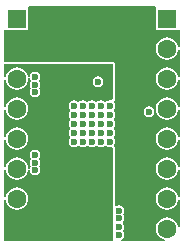
<source format=gbr>
%TF.GenerationSoftware,Altium Limited,Altium Designer,20.1.11 (218)*%
G04 Layer_Physical_Order=3*
G04 Layer_Color=16440176*
%FSLAX44Y44*%
%MOMM*%
%TF.SameCoordinates,F7C42081-5D13-43C0-8CCF-545252F55ED2*%
%TF.FilePolarity,Positive*%
%TF.FileFunction,Copper,L3,Inr,Signal*%
%TF.Part,Single*%
G01*
G75*
%TA.AperFunction,ComponentPad*%
%ADD21C,1.6000*%
%ADD22R,1.6000X1.6000*%
%TA.AperFunction,ViaPad*%
%ADD23C,0.6000*%
G36*
X130200Y200000D02*
X130200Y199891D01*
Y181000D01*
X149091D01*
X149200Y181000D01*
X150361Y180737D01*
Y166634D01*
X149091Y166551D01*
X148955Y167580D01*
X147998Y169891D01*
X146475Y171875D01*
X144491Y173398D01*
X142180Y174356D01*
X139700Y174682D01*
X137220Y174356D01*
X134909Y173398D01*
X132924Y171875D01*
X131402Y169891D01*
X130444Y167580D01*
X130118Y165100D01*
X130444Y162620D01*
X131402Y160309D01*
X132924Y158324D01*
X134909Y156802D01*
X137220Y155844D01*
X139700Y155518D01*
X142180Y155844D01*
X144491Y156802D01*
X146475Y158324D01*
X147998Y160309D01*
X148955Y162620D01*
X149091Y163649D01*
X150361Y163566D01*
Y141234D01*
X149091Y141151D01*
X148955Y142180D01*
X147998Y144491D01*
X146475Y146475D01*
X144491Y147998D01*
X142180Y148955D01*
X139700Y149282D01*
X137220Y148955D01*
X134909Y147998D01*
X132924Y146475D01*
X131402Y144491D01*
X130444Y142180D01*
X130118Y139700D01*
X130444Y137220D01*
X131402Y134909D01*
X132924Y132924D01*
X134909Y131402D01*
X137220Y130444D01*
X139700Y130118D01*
X142180Y130444D01*
X144491Y131402D01*
X146475Y132924D01*
X147998Y134909D01*
X148955Y137220D01*
X149091Y138249D01*
X150361Y138166D01*
Y115834D01*
X149091Y115751D01*
X148955Y116780D01*
X147998Y119091D01*
X146475Y121075D01*
X144491Y122598D01*
X142180Y123555D01*
X139700Y123882D01*
X137220Y123555D01*
X134909Y122598D01*
X132924Y121075D01*
X131402Y119091D01*
X130444Y116780D01*
X130118Y114300D01*
X130444Y111820D01*
X131402Y109509D01*
X132924Y107524D01*
X134909Y106002D01*
X137220Y105044D01*
X139700Y104718D01*
X142180Y105044D01*
X144491Y106002D01*
X146475Y107524D01*
X147998Y109509D01*
X148955Y111820D01*
X149091Y112849D01*
X150361Y112766D01*
Y90434D01*
X149091Y90351D01*
X148955Y91380D01*
X147998Y93691D01*
X146475Y95675D01*
X144491Y97198D01*
X142180Y98155D01*
X139700Y98482D01*
X137220Y98155D01*
X134909Y97198D01*
X132924Y95675D01*
X131402Y93691D01*
X130444Y91380D01*
X130118Y88900D01*
X130444Y86420D01*
X131402Y84109D01*
X132924Y82125D01*
X134909Y80602D01*
X137220Y79644D01*
X139700Y79318D01*
X142180Y79644D01*
X144491Y80602D01*
X146475Y82125D01*
X147998Y84109D01*
X148955Y86420D01*
X149091Y87449D01*
X150361Y87366D01*
Y65034D01*
X149091Y64951D01*
X148955Y65980D01*
X147998Y68291D01*
X146475Y70275D01*
X144491Y71798D01*
X142180Y72755D01*
X139700Y73082D01*
X137220Y72755D01*
X134909Y71798D01*
X132924Y70275D01*
X131402Y68291D01*
X130444Y65980D01*
X130118Y63500D01*
X130444Y61020D01*
X131402Y58709D01*
X132924Y56725D01*
X134909Y55202D01*
X137220Y54244D01*
X139700Y53918D01*
X142180Y54244D01*
X144491Y55202D01*
X146475Y56725D01*
X147998Y58709D01*
X148955Y61020D01*
X149091Y62049D01*
X150361Y61966D01*
Y39634D01*
X149091Y39551D01*
X148955Y40580D01*
X147998Y42891D01*
X146475Y44875D01*
X144491Y46398D01*
X142180Y47355D01*
X139700Y47682D01*
X137220Y47355D01*
X134909Y46398D01*
X132924Y44875D01*
X131402Y42891D01*
X130444Y40580D01*
X130118Y38100D01*
X130444Y35620D01*
X131402Y33309D01*
X132924Y31325D01*
X134909Y29802D01*
X137220Y28844D01*
X139700Y28518D01*
X142180Y28844D01*
X144491Y29802D01*
X146475Y31325D01*
X147998Y33309D01*
X148955Y35620D01*
X149091Y36649D01*
X150361Y36566D01*
Y14234D01*
X149091Y14151D01*
X148955Y15180D01*
X147998Y17491D01*
X146475Y19476D01*
X144491Y20998D01*
X142180Y21955D01*
X139700Y22282D01*
X137220Y21955D01*
X134909Y20998D01*
X132924Y19476D01*
X131402Y17491D01*
X130444Y15180D01*
X130118Y12700D01*
X130444Y10220D01*
X131402Y7909D01*
X132924Y5925D01*
X134909Y4402D01*
X137220Y3444D01*
X138249Y3309D01*
X138166Y2039D01*
X100579D01*
X100454Y3309D01*
X100816Y3381D01*
X102304Y4376D01*
X103299Y5864D01*
X103648Y7620D01*
X103299Y9376D01*
X102351Y10795D01*
X103299Y12214D01*
X103648Y13970D01*
X103299Y15726D01*
X102487Y16940D01*
X102378Y17780D01*
X102487Y18620D01*
X103299Y19834D01*
X103648Y21590D01*
X103299Y23346D01*
X102351Y24765D01*
X103299Y26184D01*
X103648Y27940D01*
X103299Y29696D01*
X102304Y31184D01*
X100816Y32179D01*
X99060Y32528D01*
X97304Y32179D01*
X96874Y31891D01*
X95604Y32570D01*
Y51472D01*
X95679Y51584D01*
X96028Y53340D01*
X95679Y55096D01*
X95604Y55209D01*
Y81234D01*
X95530Y81412D01*
X95561Y81602D01*
X95300Y81967D01*
X95128Y82382D01*
X95049Y83359D01*
X95198Y83884D01*
X95679Y84604D01*
X96028Y86360D01*
X95679Y88116D01*
X94867Y89331D01*
X94758Y90170D01*
X94867Y91010D01*
X95679Y92224D01*
X96028Y93980D01*
X95679Y95736D01*
X94867Y96951D01*
X94758Y97790D01*
X94867Y98630D01*
X95679Y99844D01*
X96028Y101600D01*
X95679Y103356D01*
X94867Y104571D01*
X94758Y105410D01*
X94867Y106250D01*
X95679Y107464D01*
X96028Y109220D01*
X95679Y110976D01*
X94867Y112191D01*
X94758Y113030D01*
X94867Y113869D01*
X95679Y115084D01*
X96028Y116840D01*
X95679Y118596D01*
X95198Y119316D01*
X95049Y119841D01*
X95128Y120818D01*
X95300Y121233D01*
X95561Y121598D01*
X95530Y121788D01*
X95604Y121966D01*
Y152400D01*
X95128Y153548D01*
X93980Y154024D01*
X2039D01*
Y180737D01*
X3200Y181000D01*
X3309Y181000D01*
X22200D01*
Y199891D01*
X22200Y200000D01*
X22463Y201161D01*
X129937D01*
X130200Y200000D01*
D02*
G37*
G36*
X93980Y121966D02*
X92710Y121175D01*
X91440Y121428D01*
X89684Y121079D01*
X88469Y120267D01*
X87630Y120158D01*
X86791Y120267D01*
X85576Y121079D01*
X83820Y121428D01*
X82064Y121079D01*
X80850Y120267D01*
X80010Y120158D01*
X79170Y120267D01*
X77956Y121079D01*
X76200Y121428D01*
X74444Y121079D01*
X73229Y120267D01*
X72390Y120158D01*
X71550Y120267D01*
X70336Y121079D01*
X68580Y121428D01*
X66824Y121079D01*
X65609Y120267D01*
X64770Y120158D01*
X63931Y120267D01*
X62716Y121079D01*
X60960Y121428D01*
X59204Y121079D01*
X57716Y120084D01*
X56721Y118596D01*
X56372Y116840D01*
X56721Y115084D01*
X57533Y113869D01*
X57642Y113030D01*
X57533Y112191D01*
X56721Y110976D01*
X56372Y109220D01*
X56721Y107464D01*
X57533Y106250D01*
X57642Y105410D01*
X57533Y104571D01*
X56721Y103356D01*
X56372Y101600D01*
X56721Y99844D01*
X57533Y98630D01*
X57642Y97790D01*
X57533Y96951D01*
X56721Y95736D01*
X56372Y93980D01*
X56721Y92224D01*
X57533Y91010D01*
X57642Y90170D01*
X57533Y89331D01*
X56721Y88116D01*
X56372Y86360D01*
X56721Y84604D01*
X57716Y83116D01*
X59204Y82121D01*
X60960Y81772D01*
X62716Y82121D01*
X63931Y82933D01*
X64770Y83042D01*
X65609Y82933D01*
X66824Y82121D01*
X68580Y81772D01*
X70336Y82121D01*
X71550Y82933D01*
X72390Y83042D01*
X73229Y82933D01*
X74444Y82121D01*
X76200Y81772D01*
X77956Y82121D01*
X79170Y82933D01*
X80010Y83042D01*
X80850Y82933D01*
X82064Y82121D01*
X83820Y81772D01*
X85576Y82121D01*
X86791Y82933D01*
X87630Y83042D01*
X88469Y82933D01*
X89684Y82121D01*
X91440Y81772D01*
X92710Y82024D01*
X93980Y81234D01*
Y2039D01*
X2039D01*
Y36566D01*
X3309Y36649D01*
X3444Y35620D01*
X4402Y33309D01*
X5925Y31325D01*
X7909Y29802D01*
X10220Y28844D01*
X12700Y28518D01*
X15180Y28844D01*
X17491Y29802D01*
X19476Y31325D01*
X20998Y33309D01*
X21955Y35620D01*
X22282Y38100D01*
X21955Y40580D01*
X20998Y42891D01*
X19476Y44875D01*
X17491Y46398D01*
X15180Y47355D01*
X12700Y47682D01*
X10220Y47355D01*
X7909Y46398D01*
X5925Y44875D01*
X4402Y42891D01*
X3444Y40580D01*
X3309Y39551D01*
X2039Y39634D01*
Y61966D01*
X3309Y62049D01*
X3444Y61020D01*
X4402Y58709D01*
X5925Y56725D01*
X7909Y55202D01*
X10220Y54244D01*
X12700Y53918D01*
X15180Y54244D01*
X17491Y55202D01*
X19476Y56725D01*
X20998Y58709D01*
X21955Y61020D01*
X22131Y62353D01*
X23352Y62230D01*
X23463Y61673D01*
X23701Y60474D01*
X24696Y58986D01*
X26184Y57991D01*
X27940Y57642D01*
X29696Y57991D01*
X31184Y58986D01*
X32179Y60474D01*
X32528Y62230D01*
X32179Y63986D01*
X31231Y65405D01*
X32179Y66824D01*
X32528Y68580D01*
X32179Y70336D01*
X31231Y71755D01*
X32179Y73174D01*
X32528Y74930D01*
X32179Y76686D01*
X31184Y78174D01*
X29696Y79169D01*
X27940Y79518D01*
X26184Y79169D01*
X24696Y78174D01*
X23701Y76686D01*
X23352Y74930D01*
X23701Y73174D01*
X24649Y71755D01*
X23701Y70336D01*
X23352Y68580D01*
X23701Y66824D01*
X24649Y65405D01*
X23701Y63986D01*
X23597Y63462D01*
X22297Y63437D01*
X22282Y63500D01*
X22267Y63616D01*
X21955Y65980D01*
X20998Y68291D01*
X19476Y70275D01*
X17491Y71798D01*
X15180Y72755D01*
X12700Y73082D01*
X10220Y72755D01*
X7909Y71798D01*
X5925Y70275D01*
X4402Y68291D01*
X3444Y65980D01*
X3309Y64951D01*
X2039Y65034D01*
Y87366D01*
X3309Y87449D01*
X3444Y86420D01*
X4402Y84109D01*
X5925Y82125D01*
X7909Y80602D01*
X10220Y79644D01*
X12700Y79318D01*
X15180Y79644D01*
X17491Y80602D01*
X19476Y82125D01*
X20998Y84109D01*
X21955Y86420D01*
X22282Y88900D01*
X21955Y91380D01*
X20998Y93691D01*
X19476Y95675D01*
X17491Y97198D01*
X15180Y98155D01*
X12700Y98482D01*
X10220Y98155D01*
X7909Y97198D01*
X5925Y95675D01*
X4402Y93691D01*
X3444Y91380D01*
X3309Y90351D01*
X2039Y90434D01*
Y112766D01*
X3309Y112849D01*
X3444Y111820D01*
X4402Y109509D01*
X5925Y107524D01*
X7909Y106002D01*
X10220Y105044D01*
X12700Y104718D01*
X15180Y105044D01*
X17491Y106002D01*
X19476Y107524D01*
X20998Y109509D01*
X21955Y111820D01*
X22282Y114300D01*
X21955Y116780D01*
X20998Y119091D01*
X19476Y121075D01*
X17491Y122598D01*
X15180Y123555D01*
X12700Y123882D01*
X10220Y123555D01*
X7909Y122598D01*
X5925Y121075D01*
X4402Y119091D01*
X3444Y116780D01*
X3309Y115751D01*
X2039Y115834D01*
Y138166D01*
X3309Y138249D01*
X3444Y137220D01*
X4402Y134909D01*
X5925Y132924D01*
X7909Y131402D01*
X10220Y130444D01*
X12700Y130118D01*
X15180Y130444D01*
X17491Y131402D01*
X19476Y132924D01*
X20998Y134909D01*
X21955Y137220D01*
X22267Y139584D01*
X22282Y139700D01*
X22297Y139763D01*
X23597Y139738D01*
X23701Y139214D01*
X24649Y137795D01*
X23701Y136376D01*
X23352Y134620D01*
X23701Y132864D01*
X24649Y131445D01*
X23701Y130026D01*
X23352Y128270D01*
X23701Y126514D01*
X24696Y125026D01*
X26184Y124031D01*
X27940Y123682D01*
X29696Y124031D01*
X31184Y125026D01*
X32179Y126514D01*
X32528Y128270D01*
X32179Y130026D01*
X31231Y131445D01*
X32179Y132864D01*
X32528Y134620D01*
X32179Y136376D01*
X31231Y137795D01*
X32179Y139214D01*
X32528Y140970D01*
X32179Y142726D01*
X31184Y144214D01*
X29696Y145209D01*
X27940Y145558D01*
X26184Y145209D01*
X24696Y144214D01*
X23701Y142726D01*
X23463Y141527D01*
X23352Y140970D01*
X22131Y140847D01*
X21955Y142180D01*
X20998Y144491D01*
X19476Y146475D01*
X17491Y147998D01*
X15180Y148955D01*
X12700Y149282D01*
X10220Y148955D01*
X7909Y147998D01*
X5925Y146475D01*
X4402Y144491D01*
X3444Y142180D01*
X3309Y141151D01*
X2039Y141234D01*
Y152400D01*
X93980D01*
Y121966D01*
D02*
G37*
%LPC*%
G36*
X124460Y116348D02*
X122704Y115999D01*
X121216Y115004D01*
X120221Y113516D01*
X119872Y111760D01*
X120221Y110004D01*
X121216Y108516D01*
X122704Y107521D01*
X124460Y107172D01*
X126216Y107521D01*
X127704Y108516D01*
X128699Y110004D01*
X129048Y111760D01*
X128699Y113516D01*
X127704Y115004D01*
X126216Y115999D01*
X124460Y116348D01*
D02*
G37*
G36*
X81280Y141748D02*
X79524Y141399D01*
X78036Y140404D01*
X77041Y138916D01*
X76692Y137160D01*
X77041Y135404D01*
X78036Y133916D01*
X79524Y132921D01*
X81280Y132572D01*
X83036Y132921D01*
X84524Y133916D01*
X85519Y135404D01*
X85868Y137160D01*
X85519Y138916D01*
X84524Y140404D01*
X83036Y141399D01*
X81280Y141748D01*
D02*
G37*
%LPD*%
D21*
X139700Y63500D02*
D03*
X12700Y12700D02*
D03*
Y38100D02*
D03*
Y88900D02*
D03*
Y139700D02*
D03*
Y165100D02*
D03*
Y114300D02*
D03*
Y63500D02*
D03*
X139700Y12700D02*
D03*
Y38100D02*
D03*
Y88900D02*
D03*
Y139700D02*
D03*
Y165100D02*
D03*
Y114300D02*
D03*
D22*
X12700Y190500D02*
D03*
X139700D02*
D03*
D23*
X53340Y13970D02*
D03*
X60960Y116840D02*
D03*
Y109220D02*
D03*
Y101600D02*
D03*
X68580Y116840D02*
D03*
Y109220D02*
D03*
Y101600D02*
D03*
X76200Y116840D02*
D03*
Y109220D02*
D03*
Y101600D02*
D03*
X83820Y116840D02*
D03*
Y109220D02*
D03*
Y101600D02*
D03*
X60960Y93980D02*
D03*
X68580D02*
D03*
X76200D02*
D03*
X83820D02*
D03*
X91440Y116840D02*
D03*
Y109220D02*
D03*
Y101600D02*
D03*
Y93980D02*
D03*
X76200Y86360D02*
D03*
X83820D02*
D03*
X68580D02*
D03*
X60960D02*
D03*
X91440D02*
D03*
X99060Y13970D02*
D03*
Y21590D02*
D03*
X53340D02*
D03*
X50800Y68580D02*
D03*
Y62230D02*
D03*
X27940Y68580D02*
D03*
Y62230D02*
D03*
X50800Y134620D02*
D03*
Y140970D02*
D03*
X27940Y134620D02*
D03*
Y140970D02*
D03*
X124460Y91440D02*
D03*
X50800Y128270D02*
D03*
X27940D02*
D03*
X81280Y137160D02*
D03*
X101600Y53340D02*
D03*
X91440D02*
D03*
X99060Y27940D02*
D03*
X124460Y121920D02*
D03*
Y111760D02*
D03*
X99060Y147320D02*
D03*
Y7620D02*
D03*
X53340D02*
D03*
Y27940D02*
D03*
X50800Y74930D02*
D03*
X27940D02*
D03*
%TF.MD5,7767411d97cdd08f4c20e4838956d43c*%
M02*

</source>
